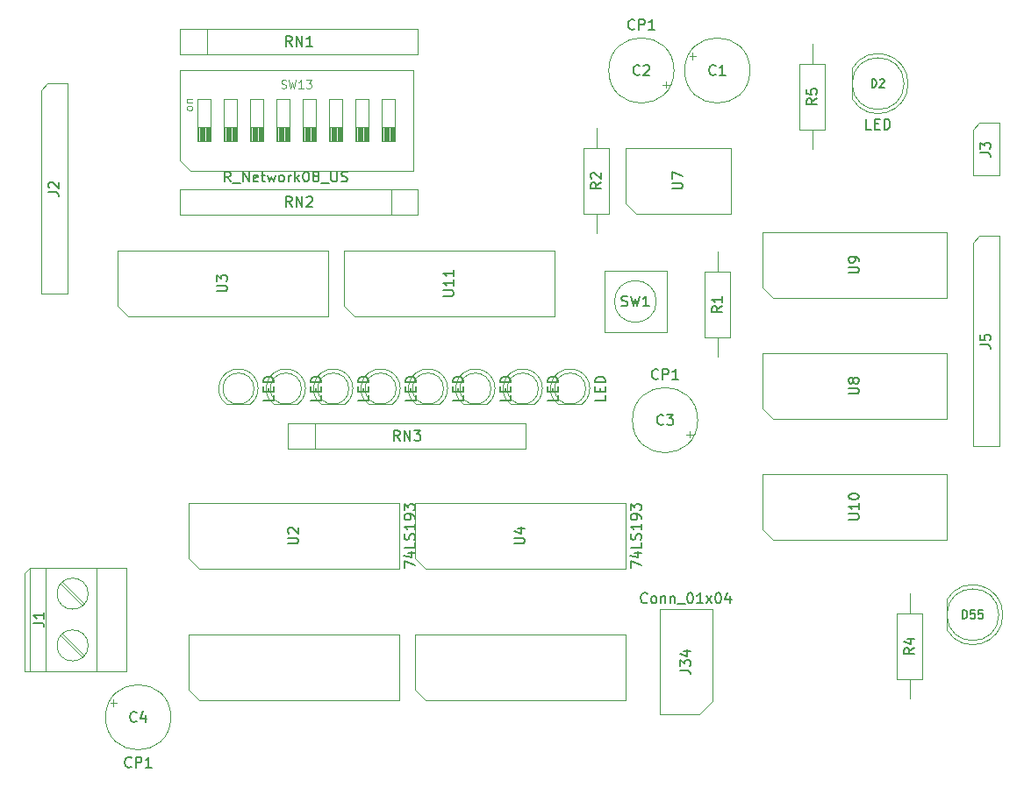
<source format=gbr>
%TF.GenerationSoftware,KiCad,Pcbnew,(5.1.9-0-10_14)*%
%TF.CreationDate,2021-06-04T12:52:24-04:00*%
%TF.ProjectId,CLOCK,434c4f43-4b2e-46b6-9963-61645f706362,rev?*%
%TF.SameCoordinates,Original*%
%TF.FileFunction,Other,Fab,Top*%
%FSLAX46Y46*%
G04 Gerber Fmt 4.6, Leading zero omitted, Abs format (unit mm)*
G04 Created by KiCad (PCBNEW (5.1.9-0-10_14)) date 2021-06-04 12:52:24*
%MOMM*%
%LPD*%
G01*
G04 APERTURE LIST*
%ADD10C,0.100000*%
%ADD11C,0.150000*%
%ADD12C,0.120000*%
%ADD13C,0.200000*%
G04 APERTURE END LIST*
D10*
%TO.C,J34*%
X129286000Y-97790000D02*
X125476000Y-97790000D01*
X125476000Y-97790000D02*
X125476000Y-87630000D01*
X125476000Y-87630000D02*
X130556000Y-87630000D01*
X130556000Y-87630000D02*
X130556000Y-96520000D01*
X130556000Y-96520000D02*
X129286000Y-97790000D01*
%TO.C,C4*%
X78314000Y-98044000D02*
G75*
G03*
X78314000Y-98044000I-3150000J0D01*
G01*
X72470028Y-96670500D02*
X73100028Y-96670500D01*
X72785028Y-96355500D02*
X72785028Y-96985500D01*
%TO.C,C3*%
X129154000Y-69342000D02*
G75*
G03*
X129154000Y-69342000I-3150000J0D01*
G01*
X128697972Y-70715500D02*
X128067972Y-70715500D01*
X128382972Y-71030500D02*
X128382972Y-70400500D01*
%TO.C,U11*%
X94996000Y-58309000D02*
X94996000Y-52959000D01*
X94996000Y-52959000D02*
X115316000Y-52959000D01*
X115316000Y-52959000D02*
X115316000Y-59309000D01*
X115316000Y-59309000D02*
X95996000Y-59309000D01*
X95996000Y-59309000D02*
X94996000Y-58309000D01*
%TO.C,U10*%
X135382000Y-79899000D02*
X135382000Y-74549000D01*
X135382000Y-74549000D02*
X153162000Y-74549000D01*
X153162000Y-74549000D02*
X153162000Y-80899000D01*
X153162000Y-80899000D02*
X136382000Y-80899000D01*
X136382000Y-80899000D02*
X135382000Y-79899000D01*
%TO.C,U9*%
X135382000Y-56531000D02*
X135382000Y-51181000D01*
X135382000Y-51181000D02*
X153162000Y-51181000D01*
X153162000Y-51181000D02*
X153162000Y-57531000D01*
X153162000Y-57531000D02*
X136382000Y-57531000D01*
X136382000Y-57531000D02*
X135382000Y-56531000D01*
%TO.C,U8*%
X135382000Y-68215000D02*
X135382000Y-62865000D01*
X135382000Y-62865000D02*
X153162000Y-62865000D01*
X153162000Y-62865000D02*
X153162000Y-69215000D01*
X153162000Y-69215000D02*
X136382000Y-69215000D01*
X136382000Y-69215000D02*
X135382000Y-68215000D01*
%TO.C,U7*%
X122174000Y-48403000D02*
X122174000Y-43053000D01*
X122174000Y-43053000D02*
X132334000Y-43053000D01*
X132334000Y-43053000D02*
X132334000Y-49403000D01*
X132334000Y-49403000D02*
X123174000Y-49403000D01*
X123174000Y-49403000D02*
X122174000Y-48403000D01*
%TO.C,U6*%
X80010000Y-95393000D02*
X80010000Y-90043000D01*
X80010000Y-90043000D02*
X100330000Y-90043000D01*
X100330000Y-90043000D02*
X100330000Y-96393000D01*
X100330000Y-96393000D02*
X81010000Y-96393000D01*
X81010000Y-96393000D02*
X80010000Y-95393000D01*
%TO.C,U5*%
X101854000Y-95393000D02*
X101854000Y-90043000D01*
X101854000Y-90043000D02*
X122174000Y-90043000D01*
X122174000Y-90043000D02*
X122174000Y-96393000D01*
X122174000Y-96393000D02*
X102854000Y-96393000D01*
X102854000Y-96393000D02*
X101854000Y-95393000D01*
%TO.C,U4*%
X101854000Y-82693000D02*
X101854000Y-77343000D01*
X101854000Y-77343000D02*
X122174000Y-77343000D01*
X122174000Y-77343000D02*
X122174000Y-83693000D01*
X122174000Y-83693000D02*
X102854000Y-83693000D01*
X102854000Y-83693000D02*
X101854000Y-82693000D01*
%TO.C,U3*%
X73152000Y-58309000D02*
X73152000Y-52959000D01*
X73152000Y-52959000D02*
X93472000Y-52959000D01*
X93472000Y-52959000D02*
X93472000Y-59309000D01*
X93472000Y-59309000D02*
X74152000Y-59309000D01*
X74152000Y-59309000D02*
X73152000Y-58309000D01*
%TO.C,U2*%
X80010000Y-82693000D02*
X80010000Y-77343000D01*
X80010000Y-77343000D02*
X100330000Y-77343000D01*
X100330000Y-77343000D02*
X100330000Y-83693000D01*
X100330000Y-83693000D02*
X81010000Y-83693000D01*
X81010000Y-83693000D02*
X80010000Y-82693000D01*
%TO.C,SW13*%
X79174000Y-44276000D02*
X79174000Y-35496000D01*
X79174000Y-35496000D02*
X101674000Y-35496000D01*
X101674000Y-35496000D02*
X101674000Y-45276000D01*
X101674000Y-45276000D02*
X80174000Y-45276000D01*
X80174000Y-45276000D02*
X79174000Y-44276000D01*
X80899000Y-42416000D02*
X82169000Y-42416000D01*
X82169000Y-42416000D02*
X82169000Y-38356000D01*
X82169000Y-38356000D02*
X80899000Y-38356000D01*
X80899000Y-38356000D02*
X80899000Y-42416000D01*
X80999000Y-42416000D02*
X80999000Y-41062667D01*
X81099000Y-42416000D02*
X81099000Y-41062667D01*
X81199000Y-42416000D02*
X81199000Y-41062667D01*
X81299000Y-42416000D02*
X81299000Y-41062667D01*
X81399000Y-42416000D02*
X81399000Y-41062667D01*
X81499000Y-42416000D02*
X81499000Y-41062667D01*
X81599000Y-42416000D02*
X81599000Y-41062667D01*
X81699000Y-42416000D02*
X81699000Y-41062667D01*
X81799000Y-42416000D02*
X81799000Y-41062667D01*
X81899000Y-42416000D02*
X81899000Y-41062667D01*
X81999000Y-42416000D02*
X81999000Y-41062667D01*
X82099000Y-42416000D02*
X82099000Y-41062667D01*
X80899000Y-41062667D02*
X82169000Y-41062667D01*
X83439000Y-42416000D02*
X84709000Y-42416000D01*
X84709000Y-42416000D02*
X84709000Y-38356000D01*
X84709000Y-38356000D02*
X83439000Y-38356000D01*
X83439000Y-38356000D02*
X83439000Y-42416000D01*
X83539000Y-42416000D02*
X83539000Y-41062667D01*
X83639000Y-42416000D02*
X83639000Y-41062667D01*
X83739000Y-42416000D02*
X83739000Y-41062667D01*
X83839000Y-42416000D02*
X83839000Y-41062667D01*
X83939000Y-42416000D02*
X83939000Y-41062667D01*
X84039000Y-42416000D02*
X84039000Y-41062667D01*
X84139000Y-42416000D02*
X84139000Y-41062667D01*
X84239000Y-42416000D02*
X84239000Y-41062667D01*
X84339000Y-42416000D02*
X84339000Y-41062667D01*
X84439000Y-42416000D02*
X84439000Y-41062667D01*
X84539000Y-42416000D02*
X84539000Y-41062667D01*
X84639000Y-42416000D02*
X84639000Y-41062667D01*
X83439000Y-41062667D02*
X84709000Y-41062667D01*
X85979000Y-42416000D02*
X87249000Y-42416000D01*
X87249000Y-42416000D02*
X87249000Y-38356000D01*
X87249000Y-38356000D02*
X85979000Y-38356000D01*
X85979000Y-38356000D02*
X85979000Y-42416000D01*
X86079000Y-42416000D02*
X86079000Y-41062667D01*
X86179000Y-42416000D02*
X86179000Y-41062667D01*
X86279000Y-42416000D02*
X86279000Y-41062667D01*
X86379000Y-42416000D02*
X86379000Y-41062667D01*
X86479000Y-42416000D02*
X86479000Y-41062667D01*
X86579000Y-42416000D02*
X86579000Y-41062667D01*
X86679000Y-42416000D02*
X86679000Y-41062667D01*
X86779000Y-42416000D02*
X86779000Y-41062667D01*
X86879000Y-42416000D02*
X86879000Y-41062667D01*
X86979000Y-42416000D02*
X86979000Y-41062667D01*
X87079000Y-42416000D02*
X87079000Y-41062667D01*
X87179000Y-42416000D02*
X87179000Y-41062667D01*
X85979000Y-41062667D02*
X87249000Y-41062667D01*
X88519000Y-42416000D02*
X89789000Y-42416000D01*
X89789000Y-42416000D02*
X89789000Y-38356000D01*
X89789000Y-38356000D02*
X88519000Y-38356000D01*
X88519000Y-38356000D02*
X88519000Y-42416000D01*
X88619000Y-42416000D02*
X88619000Y-41062667D01*
X88719000Y-42416000D02*
X88719000Y-41062667D01*
X88819000Y-42416000D02*
X88819000Y-41062667D01*
X88919000Y-42416000D02*
X88919000Y-41062667D01*
X89019000Y-42416000D02*
X89019000Y-41062667D01*
X89119000Y-42416000D02*
X89119000Y-41062667D01*
X89219000Y-42416000D02*
X89219000Y-41062667D01*
X89319000Y-42416000D02*
X89319000Y-41062667D01*
X89419000Y-42416000D02*
X89419000Y-41062667D01*
X89519000Y-42416000D02*
X89519000Y-41062667D01*
X89619000Y-42416000D02*
X89619000Y-41062667D01*
X89719000Y-42416000D02*
X89719000Y-41062667D01*
X88519000Y-41062667D02*
X89789000Y-41062667D01*
X91059000Y-42416000D02*
X92329000Y-42416000D01*
X92329000Y-42416000D02*
X92329000Y-38356000D01*
X92329000Y-38356000D02*
X91059000Y-38356000D01*
X91059000Y-38356000D02*
X91059000Y-42416000D01*
X91159000Y-42416000D02*
X91159000Y-41062667D01*
X91259000Y-42416000D02*
X91259000Y-41062667D01*
X91359000Y-42416000D02*
X91359000Y-41062667D01*
X91459000Y-42416000D02*
X91459000Y-41062667D01*
X91559000Y-42416000D02*
X91559000Y-41062667D01*
X91659000Y-42416000D02*
X91659000Y-41062667D01*
X91759000Y-42416000D02*
X91759000Y-41062667D01*
X91859000Y-42416000D02*
X91859000Y-41062667D01*
X91959000Y-42416000D02*
X91959000Y-41062667D01*
X92059000Y-42416000D02*
X92059000Y-41062667D01*
X92159000Y-42416000D02*
X92159000Y-41062667D01*
X92259000Y-42416000D02*
X92259000Y-41062667D01*
X91059000Y-41062667D02*
X92329000Y-41062667D01*
X93599000Y-42416000D02*
X94869000Y-42416000D01*
X94869000Y-42416000D02*
X94869000Y-38356000D01*
X94869000Y-38356000D02*
X93599000Y-38356000D01*
X93599000Y-38356000D02*
X93599000Y-42416000D01*
X93699000Y-42416000D02*
X93699000Y-41062667D01*
X93799000Y-42416000D02*
X93799000Y-41062667D01*
X93899000Y-42416000D02*
X93899000Y-41062667D01*
X93999000Y-42416000D02*
X93999000Y-41062667D01*
X94099000Y-42416000D02*
X94099000Y-41062667D01*
X94199000Y-42416000D02*
X94199000Y-41062667D01*
X94299000Y-42416000D02*
X94299000Y-41062667D01*
X94399000Y-42416000D02*
X94399000Y-41062667D01*
X94499000Y-42416000D02*
X94499000Y-41062667D01*
X94599000Y-42416000D02*
X94599000Y-41062667D01*
X94699000Y-42416000D02*
X94699000Y-41062667D01*
X94799000Y-42416000D02*
X94799000Y-41062667D01*
X93599000Y-41062667D02*
X94869000Y-41062667D01*
X96139000Y-42416000D02*
X97409000Y-42416000D01*
X97409000Y-42416000D02*
X97409000Y-38356000D01*
X97409000Y-38356000D02*
X96139000Y-38356000D01*
X96139000Y-38356000D02*
X96139000Y-42416000D01*
X96239000Y-42416000D02*
X96239000Y-41062667D01*
X96339000Y-42416000D02*
X96339000Y-41062667D01*
X96439000Y-42416000D02*
X96439000Y-41062667D01*
X96539000Y-42416000D02*
X96539000Y-41062667D01*
X96639000Y-42416000D02*
X96639000Y-41062667D01*
X96739000Y-42416000D02*
X96739000Y-41062667D01*
X96839000Y-42416000D02*
X96839000Y-41062667D01*
X96939000Y-42416000D02*
X96939000Y-41062667D01*
X97039000Y-42416000D02*
X97039000Y-41062667D01*
X97139000Y-42416000D02*
X97139000Y-41062667D01*
X97239000Y-42416000D02*
X97239000Y-41062667D01*
X97339000Y-42416000D02*
X97339000Y-41062667D01*
X96139000Y-41062667D02*
X97409000Y-41062667D01*
X98679000Y-42416000D02*
X99949000Y-42416000D01*
X99949000Y-42416000D02*
X99949000Y-38356000D01*
X99949000Y-38356000D02*
X98679000Y-38356000D01*
X98679000Y-38356000D02*
X98679000Y-42416000D01*
X98779000Y-42416000D02*
X98779000Y-41062667D01*
X98879000Y-42416000D02*
X98879000Y-41062667D01*
X98979000Y-42416000D02*
X98979000Y-41062667D01*
X99079000Y-42416000D02*
X99079000Y-41062667D01*
X99179000Y-42416000D02*
X99179000Y-41062667D01*
X99279000Y-42416000D02*
X99279000Y-41062667D01*
X99379000Y-42416000D02*
X99379000Y-41062667D01*
X99479000Y-42416000D02*
X99479000Y-41062667D01*
X99579000Y-42416000D02*
X99579000Y-41062667D01*
X99679000Y-42416000D02*
X99679000Y-41062667D01*
X99779000Y-42416000D02*
X99779000Y-41062667D01*
X99879000Y-42416000D02*
X99879000Y-41062667D01*
X98679000Y-41062667D02*
X99949000Y-41062667D01*
%TO.C,SW1*%
X123138000Y-54876000D02*
X126138000Y-54876000D01*
X126138000Y-54876000D02*
X126138000Y-60876000D01*
X126138000Y-60876000D02*
X120138000Y-60876000D01*
X120138000Y-60876000D02*
X120138000Y-54876000D01*
X120138000Y-54876000D02*
X123138000Y-54876000D01*
X125153564Y-57876000D02*
G75*
G03*
X125153564Y-57876000I-2015564J0D01*
G01*
%TO.C,RN3*%
X89642000Y-69616000D02*
X89642000Y-72116000D01*
X89642000Y-72116000D02*
X112542000Y-72116000D01*
X112542000Y-72116000D02*
X112542000Y-69616000D01*
X112542000Y-69616000D02*
X89642000Y-69616000D01*
X92202000Y-69616000D02*
X92202000Y-72116000D01*
%TO.C,RN2*%
X102128000Y-49510000D02*
X102128000Y-47010000D01*
X102128000Y-47010000D02*
X79228000Y-47010000D01*
X79228000Y-47010000D02*
X79228000Y-49510000D01*
X79228000Y-49510000D02*
X102128000Y-49510000D01*
X99568000Y-49510000D02*
X99568000Y-47010000D01*
%TO.C,RN1*%
X79228000Y-31516000D02*
X79228000Y-34016000D01*
X79228000Y-34016000D02*
X102128000Y-34016000D01*
X102128000Y-34016000D02*
X102128000Y-31516000D01*
X102128000Y-31516000D02*
X79228000Y-31516000D01*
X81788000Y-31516000D02*
X81788000Y-34016000D01*
%TO.C,R5*%
X141458000Y-34950000D02*
X138958000Y-34950000D01*
X138958000Y-34950000D02*
X138958000Y-41250000D01*
X138958000Y-41250000D02*
X141458000Y-41250000D01*
X141458000Y-41250000D02*
X141458000Y-34950000D01*
X140208000Y-33020000D02*
X140208000Y-34950000D01*
X140208000Y-43180000D02*
X140208000Y-41250000D01*
%TO.C,R4*%
X148356000Y-94336000D02*
X150856000Y-94336000D01*
X150856000Y-94336000D02*
X150856000Y-88036000D01*
X150856000Y-88036000D02*
X148356000Y-88036000D01*
X148356000Y-88036000D02*
X148356000Y-94336000D01*
X149606000Y-96266000D02*
X149606000Y-94336000D01*
X149606000Y-86106000D02*
X149606000Y-88036000D01*
%TO.C,R2*%
X120630000Y-43078000D02*
X118130000Y-43078000D01*
X118130000Y-43078000D02*
X118130000Y-49378000D01*
X118130000Y-49378000D02*
X120630000Y-49378000D01*
X120630000Y-49378000D02*
X120630000Y-43078000D01*
X119380000Y-41148000D02*
X119380000Y-43078000D01*
X119380000Y-51308000D02*
X119380000Y-49378000D01*
%TO.C,R1*%
X132314000Y-55016000D02*
X129814000Y-55016000D01*
X129814000Y-55016000D02*
X129814000Y-61316000D01*
X129814000Y-61316000D02*
X132314000Y-61316000D01*
X132314000Y-61316000D02*
X132314000Y-55016000D01*
X131064000Y-53086000D02*
X131064000Y-55016000D01*
X131064000Y-63246000D02*
X131064000Y-61316000D01*
%TO.C,J5*%
X156337000Y-51562000D02*
X158242000Y-51562000D01*
X158242000Y-51562000D02*
X158242000Y-71882000D01*
X158242000Y-71882000D02*
X155702000Y-71882000D01*
X155702000Y-71882000D02*
X155702000Y-52197000D01*
X155702000Y-52197000D02*
X156337000Y-51562000D01*
%TO.C,J3*%
X156337000Y-40640000D02*
X158242000Y-40640000D01*
X158242000Y-40640000D02*
X158242000Y-45720000D01*
X158242000Y-45720000D02*
X155702000Y-45720000D01*
X155702000Y-45720000D02*
X155702000Y-41275000D01*
X155702000Y-41275000D02*
X156337000Y-40640000D01*
%TO.C,J2*%
X66421000Y-36830000D02*
X68326000Y-36830000D01*
X68326000Y-36830000D02*
X68326000Y-57150000D01*
X68326000Y-57150000D02*
X65786000Y-57150000D01*
X65786000Y-57150000D02*
X65786000Y-37465000D01*
X65786000Y-37465000D02*
X66421000Y-36830000D01*
%TO.C,J1*%
X70334000Y-86106000D02*
G75*
G03*
X70334000Y-86106000I-1500000J0D01*
G01*
X70334000Y-91106000D02*
G75*
G03*
X70334000Y-91106000I-1500000J0D01*
G01*
X74034000Y-83606000D02*
X74034000Y-93606000D01*
X74034000Y-93606000D02*
X64234000Y-93606000D01*
X64234000Y-93606000D02*
X64234000Y-84106000D01*
X64234000Y-84106000D02*
X64734000Y-83606000D01*
X64734000Y-83606000D02*
X74034000Y-83606000D01*
X64734000Y-83606000D02*
X64734000Y-93606000D01*
X66234000Y-83606000D02*
X66234000Y-93606000D01*
X71134000Y-83606000D02*
X71134000Y-93606000D01*
X69789000Y-87244000D02*
X67696000Y-85151000D01*
X69972000Y-87061000D02*
X67879000Y-84968000D01*
X69789000Y-92244000D02*
X67696000Y-90152000D01*
X69972000Y-92061000D02*
X67879000Y-89969000D01*
%TO.C,D55*%
X158202000Y-88138000D02*
G75*
G03*
X158202000Y-88138000I-2500000J0D01*
G01*
X153202000Y-86668306D02*
X153202000Y-89607694D01*
X153201984Y-89607666D02*
G75*
G03*
X153202000Y-86668306I2500016J1469666D01*
G01*
%TO.C,D54*%
X90908000Y-66294000D02*
G75*
G03*
X90908000Y-66294000I-1500000J0D01*
G01*
X88241810Y-67794000D02*
X90574190Y-67794000D01*
X90573476Y-67794555D02*
G75*
G03*
X88241810Y-67794000I-1165476J1500555D01*
G01*
%TO.C,D8*%
X118340000Y-66294000D02*
G75*
G03*
X118340000Y-66294000I-1500000J0D01*
G01*
X115673810Y-67794000D02*
X118006190Y-67794000D01*
X118005476Y-67794555D02*
G75*
G03*
X115673810Y-67794000I-1165476J1500555D01*
G01*
%TO.C,D7*%
X113768000Y-66294000D02*
G75*
G03*
X113768000Y-66294000I-1500000J0D01*
G01*
X111101810Y-67794000D02*
X113434190Y-67794000D01*
X113433476Y-67794555D02*
G75*
G03*
X111101810Y-67794000I-1165476J1500555D01*
G01*
%TO.C,D6*%
X109196000Y-66294000D02*
G75*
G03*
X109196000Y-66294000I-1500000J0D01*
G01*
X106529810Y-67794000D02*
X108862190Y-67794000D01*
X108861476Y-67794555D02*
G75*
G03*
X106529810Y-67794000I-1165476J1500555D01*
G01*
%TO.C,D5*%
X104624000Y-66294000D02*
G75*
G03*
X104624000Y-66294000I-1500000J0D01*
G01*
X101957810Y-67794000D02*
X104290190Y-67794000D01*
X104289476Y-67794555D02*
G75*
G03*
X101957810Y-67794000I-1165476J1500555D01*
G01*
%TO.C,D4*%
X100052000Y-66294000D02*
G75*
G03*
X100052000Y-66294000I-1500000J0D01*
G01*
X97385810Y-67794000D02*
X99718190Y-67794000D01*
X99717476Y-67794555D02*
G75*
G03*
X97385810Y-67794000I-1165476J1500555D01*
G01*
%TO.C,D3*%
X95480000Y-66294000D02*
G75*
G03*
X95480000Y-66294000I-1500000J0D01*
G01*
X92813810Y-67794000D02*
X95146190Y-67794000D01*
X95145476Y-67794555D02*
G75*
G03*
X92813810Y-67794000I-1165476J1500555D01*
G01*
%TO.C,D2*%
X149058000Y-36830000D02*
G75*
G03*
X149058000Y-36830000I-2500000J0D01*
G01*
X144058000Y-35360306D02*
X144058000Y-38299694D01*
X144057984Y-38299666D02*
G75*
G03*
X144058000Y-35360306I2500016J1469666D01*
G01*
%TO.C,D1*%
X86336000Y-66294000D02*
G75*
G03*
X86336000Y-66294000I-1500000J0D01*
G01*
X83669810Y-67794000D02*
X86002190Y-67794000D01*
X86001476Y-67794555D02*
G75*
G03*
X83669810Y-67794000I-1165476J1500555D01*
G01*
%TO.C,C2*%
X126868000Y-35560000D02*
G75*
G03*
X126868000Y-35560000I-3150000J0D01*
G01*
X126411972Y-36933500D02*
X125781972Y-36933500D01*
X126096972Y-37248500D02*
X126096972Y-36618500D01*
%TO.C,C1*%
X134194000Y-35560000D02*
G75*
G03*
X134194000Y-35560000I-3150000J0D01*
G01*
X128350028Y-34186500D02*
X128980028Y-34186500D01*
X128665028Y-33871500D02*
X128665028Y-34501500D01*
%TD*%
%TO.C,J34*%
D11*
X124277904Y-86927142D02*
X124230285Y-86974761D01*
X124087428Y-87022380D01*
X123992190Y-87022380D01*
X123849333Y-86974761D01*
X123754095Y-86879523D01*
X123706476Y-86784285D01*
X123658857Y-86593809D01*
X123658857Y-86450952D01*
X123706476Y-86260476D01*
X123754095Y-86165238D01*
X123849333Y-86070000D01*
X123992190Y-86022380D01*
X124087428Y-86022380D01*
X124230285Y-86070000D01*
X124277904Y-86117619D01*
X124849333Y-87022380D02*
X124754095Y-86974761D01*
X124706476Y-86927142D01*
X124658857Y-86831904D01*
X124658857Y-86546190D01*
X124706476Y-86450952D01*
X124754095Y-86403333D01*
X124849333Y-86355714D01*
X124992190Y-86355714D01*
X125087428Y-86403333D01*
X125135047Y-86450952D01*
X125182666Y-86546190D01*
X125182666Y-86831904D01*
X125135047Y-86927142D01*
X125087428Y-86974761D01*
X124992190Y-87022380D01*
X124849333Y-87022380D01*
X125611238Y-86355714D02*
X125611238Y-87022380D01*
X125611238Y-86450952D02*
X125658857Y-86403333D01*
X125754095Y-86355714D01*
X125896952Y-86355714D01*
X125992190Y-86403333D01*
X126039809Y-86498571D01*
X126039809Y-87022380D01*
X126516000Y-86355714D02*
X126516000Y-87022380D01*
X126516000Y-86450952D02*
X126563619Y-86403333D01*
X126658857Y-86355714D01*
X126801714Y-86355714D01*
X126896952Y-86403333D01*
X126944571Y-86498571D01*
X126944571Y-87022380D01*
X127182666Y-87117619D02*
X127944571Y-87117619D01*
X128373142Y-86022380D02*
X128468380Y-86022380D01*
X128563619Y-86070000D01*
X128611238Y-86117619D01*
X128658857Y-86212857D01*
X128706476Y-86403333D01*
X128706476Y-86641428D01*
X128658857Y-86831904D01*
X128611238Y-86927142D01*
X128563619Y-86974761D01*
X128468380Y-87022380D01*
X128373142Y-87022380D01*
X128277904Y-86974761D01*
X128230285Y-86927142D01*
X128182666Y-86831904D01*
X128135047Y-86641428D01*
X128135047Y-86403333D01*
X128182666Y-86212857D01*
X128230285Y-86117619D01*
X128277904Y-86070000D01*
X128373142Y-86022380D01*
X129658857Y-87022380D02*
X129087428Y-87022380D01*
X129373142Y-87022380D02*
X129373142Y-86022380D01*
X129277904Y-86165238D01*
X129182666Y-86260476D01*
X129087428Y-86308095D01*
X129992190Y-87022380D02*
X130516000Y-86355714D01*
X129992190Y-86355714D02*
X130516000Y-87022380D01*
X131087428Y-86022380D02*
X131182666Y-86022380D01*
X131277904Y-86070000D01*
X131325523Y-86117619D01*
X131373142Y-86212857D01*
X131420761Y-86403333D01*
X131420761Y-86641428D01*
X131373142Y-86831904D01*
X131325523Y-86927142D01*
X131277904Y-86974761D01*
X131182666Y-87022380D01*
X131087428Y-87022380D01*
X130992190Y-86974761D01*
X130944571Y-86927142D01*
X130896952Y-86831904D01*
X130849333Y-86641428D01*
X130849333Y-86403333D01*
X130896952Y-86212857D01*
X130944571Y-86117619D01*
X130992190Y-86070000D01*
X131087428Y-86022380D01*
X132277904Y-86355714D02*
X132277904Y-87022380D01*
X132039809Y-85974761D02*
X131801714Y-86689047D01*
X132420761Y-86689047D01*
X127468380Y-93519523D02*
X128182666Y-93519523D01*
X128325523Y-93567142D01*
X128420761Y-93662380D01*
X128468380Y-93805238D01*
X128468380Y-93900476D01*
X127468380Y-93138571D02*
X127468380Y-92519523D01*
X127849333Y-92852857D01*
X127849333Y-92710000D01*
X127896952Y-92614761D01*
X127944571Y-92567142D01*
X128039809Y-92519523D01*
X128277904Y-92519523D01*
X128373142Y-92567142D01*
X128420761Y-92614761D01*
X128468380Y-92710000D01*
X128468380Y-92995714D01*
X128420761Y-93090952D01*
X128373142Y-93138571D01*
X127801714Y-91662380D02*
X128468380Y-91662380D01*
X127420761Y-91900476D02*
X128135047Y-92138571D01*
X128135047Y-91519523D01*
%TO.C,C4*%
X74497333Y-102801142D02*
X74449714Y-102848761D01*
X74306857Y-102896380D01*
X74211619Y-102896380D01*
X74068761Y-102848761D01*
X73973523Y-102753523D01*
X73925904Y-102658285D01*
X73878285Y-102467809D01*
X73878285Y-102324952D01*
X73925904Y-102134476D01*
X73973523Y-102039238D01*
X74068761Y-101944000D01*
X74211619Y-101896380D01*
X74306857Y-101896380D01*
X74449714Y-101944000D01*
X74497333Y-101991619D01*
X74925904Y-102896380D02*
X74925904Y-101896380D01*
X75306857Y-101896380D01*
X75402095Y-101944000D01*
X75449714Y-101991619D01*
X75497333Y-102086857D01*
X75497333Y-102229714D01*
X75449714Y-102324952D01*
X75402095Y-102372571D01*
X75306857Y-102420190D01*
X74925904Y-102420190D01*
X76449714Y-102896380D02*
X75878285Y-102896380D01*
X76164000Y-102896380D02*
X76164000Y-101896380D01*
X76068761Y-102039238D01*
X75973523Y-102134476D01*
X75878285Y-102182095D01*
X74997333Y-98401142D02*
X74949714Y-98448761D01*
X74806857Y-98496380D01*
X74711619Y-98496380D01*
X74568761Y-98448761D01*
X74473523Y-98353523D01*
X74425904Y-98258285D01*
X74378285Y-98067809D01*
X74378285Y-97924952D01*
X74425904Y-97734476D01*
X74473523Y-97639238D01*
X74568761Y-97544000D01*
X74711619Y-97496380D01*
X74806857Y-97496380D01*
X74949714Y-97544000D01*
X74997333Y-97591619D01*
X75854476Y-97829714D02*
X75854476Y-98496380D01*
X75616380Y-97448761D02*
X75378285Y-98163047D01*
X75997333Y-98163047D01*
%TO.C,C3*%
X125337333Y-65299142D02*
X125289714Y-65346761D01*
X125146857Y-65394380D01*
X125051619Y-65394380D01*
X124908761Y-65346761D01*
X124813523Y-65251523D01*
X124765904Y-65156285D01*
X124718285Y-64965809D01*
X124718285Y-64822952D01*
X124765904Y-64632476D01*
X124813523Y-64537238D01*
X124908761Y-64442000D01*
X125051619Y-64394380D01*
X125146857Y-64394380D01*
X125289714Y-64442000D01*
X125337333Y-64489619D01*
X125765904Y-65394380D02*
X125765904Y-64394380D01*
X126146857Y-64394380D01*
X126242095Y-64442000D01*
X126289714Y-64489619D01*
X126337333Y-64584857D01*
X126337333Y-64727714D01*
X126289714Y-64822952D01*
X126242095Y-64870571D01*
X126146857Y-64918190D01*
X125765904Y-64918190D01*
X127289714Y-65394380D02*
X126718285Y-65394380D01*
X127004000Y-65394380D02*
X127004000Y-64394380D01*
X126908761Y-64537238D01*
X126813523Y-64632476D01*
X126718285Y-64680095D01*
X125837333Y-69699142D02*
X125789714Y-69746761D01*
X125646857Y-69794380D01*
X125551619Y-69794380D01*
X125408761Y-69746761D01*
X125313523Y-69651523D01*
X125265904Y-69556285D01*
X125218285Y-69365809D01*
X125218285Y-69222952D01*
X125265904Y-69032476D01*
X125313523Y-68937238D01*
X125408761Y-68842000D01*
X125551619Y-68794380D01*
X125646857Y-68794380D01*
X125789714Y-68842000D01*
X125837333Y-68889619D01*
X126170666Y-68794380D02*
X126789714Y-68794380D01*
X126456380Y-69175333D01*
X126599238Y-69175333D01*
X126694476Y-69222952D01*
X126742095Y-69270571D01*
X126789714Y-69365809D01*
X126789714Y-69603904D01*
X126742095Y-69699142D01*
X126694476Y-69746761D01*
X126599238Y-69794380D01*
X126313523Y-69794380D01*
X126218285Y-69746761D01*
X126170666Y-69699142D01*
%TO.C,U11*%
X104608380Y-57372095D02*
X105417904Y-57372095D01*
X105513142Y-57324476D01*
X105560761Y-57276857D01*
X105608380Y-57181619D01*
X105608380Y-56991142D01*
X105560761Y-56895904D01*
X105513142Y-56848285D01*
X105417904Y-56800666D01*
X104608380Y-56800666D01*
X105608380Y-55800666D02*
X105608380Y-56372095D01*
X105608380Y-56086380D02*
X104608380Y-56086380D01*
X104751238Y-56181619D01*
X104846476Y-56276857D01*
X104894095Y-56372095D01*
X105608380Y-54848285D02*
X105608380Y-55419714D01*
X105608380Y-55134000D02*
X104608380Y-55134000D01*
X104751238Y-55229238D01*
X104846476Y-55324476D01*
X104894095Y-55419714D01*
%TO.C,U10*%
X143724380Y-78962095D02*
X144533904Y-78962095D01*
X144629142Y-78914476D01*
X144676761Y-78866857D01*
X144724380Y-78771619D01*
X144724380Y-78581142D01*
X144676761Y-78485904D01*
X144629142Y-78438285D01*
X144533904Y-78390666D01*
X143724380Y-78390666D01*
X144724380Y-77390666D02*
X144724380Y-77962095D01*
X144724380Y-77676380D02*
X143724380Y-77676380D01*
X143867238Y-77771619D01*
X143962476Y-77866857D01*
X144010095Y-77962095D01*
X143724380Y-76771619D02*
X143724380Y-76676380D01*
X143772000Y-76581142D01*
X143819619Y-76533523D01*
X143914857Y-76485904D01*
X144105333Y-76438285D01*
X144343428Y-76438285D01*
X144533904Y-76485904D01*
X144629142Y-76533523D01*
X144676761Y-76581142D01*
X144724380Y-76676380D01*
X144724380Y-76771619D01*
X144676761Y-76866857D01*
X144629142Y-76914476D01*
X144533904Y-76962095D01*
X144343428Y-77009714D01*
X144105333Y-77009714D01*
X143914857Y-76962095D01*
X143819619Y-76914476D01*
X143772000Y-76866857D01*
X143724380Y-76771619D01*
%TO.C,U9*%
X143724380Y-55117904D02*
X144533904Y-55117904D01*
X144629142Y-55070285D01*
X144676761Y-55022666D01*
X144724380Y-54927428D01*
X144724380Y-54736952D01*
X144676761Y-54641714D01*
X144629142Y-54594095D01*
X144533904Y-54546476D01*
X143724380Y-54546476D01*
X144724380Y-54022666D02*
X144724380Y-53832190D01*
X144676761Y-53736952D01*
X144629142Y-53689333D01*
X144486285Y-53594095D01*
X144295809Y-53546476D01*
X143914857Y-53546476D01*
X143819619Y-53594095D01*
X143772000Y-53641714D01*
X143724380Y-53736952D01*
X143724380Y-53927428D01*
X143772000Y-54022666D01*
X143819619Y-54070285D01*
X143914857Y-54117904D01*
X144152952Y-54117904D01*
X144248190Y-54070285D01*
X144295809Y-54022666D01*
X144343428Y-53927428D01*
X144343428Y-53736952D01*
X144295809Y-53641714D01*
X144248190Y-53594095D01*
X144152952Y-53546476D01*
%TO.C,U8*%
X143724380Y-66801904D02*
X144533904Y-66801904D01*
X144629142Y-66754285D01*
X144676761Y-66706666D01*
X144724380Y-66611428D01*
X144724380Y-66420952D01*
X144676761Y-66325714D01*
X144629142Y-66278095D01*
X144533904Y-66230476D01*
X143724380Y-66230476D01*
X144152952Y-65611428D02*
X144105333Y-65706666D01*
X144057714Y-65754285D01*
X143962476Y-65801904D01*
X143914857Y-65801904D01*
X143819619Y-65754285D01*
X143772000Y-65706666D01*
X143724380Y-65611428D01*
X143724380Y-65420952D01*
X143772000Y-65325714D01*
X143819619Y-65278095D01*
X143914857Y-65230476D01*
X143962476Y-65230476D01*
X144057714Y-65278095D01*
X144105333Y-65325714D01*
X144152952Y-65420952D01*
X144152952Y-65611428D01*
X144200571Y-65706666D01*
X144248190Y-65754285D01*
X144343428Y-65801904D01*
X144533904Y-65801904D01*
X144629142Y-65754285D01*
X144676761Y-65706666D01*
X144724380Y-65611428D01*
X144724380Y-65420952D01*
X144676761Y-65325714D01*
X144629142Y-65278095D01*
X144533904Y-65230476D01*
X144343428Y-65230476D01*
X144248190Y-65278095D01*
X144200571Y-65325714D01*
X144152952Y-65420952D01*
%TO.C,U7*%
X126706380Y-46989904D02*
X127515904Y-46989904D01*
X127611142Y-46942285D01*
X127658761Y-46894666D01*
X127706380Y-46799428D01*
X127706380Y-46608952D01*
X127658761Y-46513714D01*
X127611142Y-46466095D01*
X127515904Y-46418476D01*
X126706380Y-46418476D01*
X126706380Y-46037523D02*
X126706380Y-45370857D01*
X127706380Y-45799428D01*
%TO.C,U4*%
X122686380Y-83637047D02*
X122686380Y-82970380D01*
X123686380Y-83398952D01*
X123019714Y-82160857D02*
X123686380Y-82160857D01*
X122638761Y-82398952D02*
X123353047Y-82637047D01*
X123353047Y-82018000D01*
X123686380Y-81160857D02*
X123686380Y-81637047D01*
X122686380Y-81637047D01*
X123638761Y-80875142D02*
X123686380Y-80732285D01*
X123686380Y-80494190D01*
X123638761Y-80398952D01*
X123591142Y-80351333D01*
X123495904Y-80303714D01*
X123400666Y-80303714D01*
X123305428Y-80351333D01*
X123257809Y-80398952D01*
X123210190Y-80494190D01*
X123162571Y-80684666D01*
X123114952Y-80779904D01*
X123067333Y-80827523D01*
X122972095Y-80875142D01*
X122876857Y-80875142D01*
X122781619Y-80827523D01*
X122734000Y-80779904D01*
X122686380Y-80684666D01*
X122686380Y-80446571D01*
X122734000Y-80303714D01*
X123686380Y-79351333D02*
X123686380Y-79922761D01*
X123686380Y-79637047D02*
X122686380Y-79637047D01*
X122829238Y-79732285D01*
X122924476Y-79827523D01*
X122972095Y-79922761D01*
X123686380Y-78875142D02*
X123686380Y-78684666D01*
X123638761Y-78589428D01*
X123591142Y-78541809D01*
X123448285Y-78446571D01*
X123257809Y-78398952D01*
X122876857Y-78398952D01*
X122781619Y-78446571D01*
X122734000Y-78494190D01*
X122686380Y-78589428D01*
X122686380Y-78779904D01*
X122734000Y-78875142D01*
X122781619Y-78922761D01*
X122876857Y-78970380D01*
X123114952Y-78970380D01*
X123210190Y-78922761D01*
X123257809Y-78875142D01*
X123305428Y-78779904D01*
X123305428Y-78589428D01*
X123257809Y-78494190D01*
X123210190Y-78446571D01*
X123114952Y-78398952D01*
X122686380Y-78065619D02*
X122686380Y-77446571D01*
X123067333Y-77779904D01*
X123067333Y-77637047D01*
X123114952Y-77541809D01*
X123162571Y-77494190D01*
X123257809Y-77446571D01*
X123495904Y-77446571D01*
X123591142Y-77494190D01*
X123638761Y-77541809D01*
X123686380Y-77637047D01*
X123686380Y-77922761D01*
X123638761Y-78018000D01*
X123591142Y-78065619D01*
X111466380Y-81279904D02*
X112275904Y-81279904D01*
X112371142Y-81232285D01*
X112418761Y-81184666D01*
X112466380Y-81089428D01*
X112466380Y-80898952D01*
X112418761Y-80803714D01*
X112371142Y-80756095D01*
X112275904Y-80708476D01*
X111466380Y-80708476D01*
X111799714Y-79803714D02*
X112466380Y-79803714D01*
X111418761Y-80041809D02*
X112133047Y-80279904D01*
X112133047Y-79660857D01*
%TO.C,U3*%
X82764380Y-56895904D02*
X83573904Y-56895904D01*
X83669142Y-56848285D01*
X83716761Y-56800666D01*
X83764380Y-56705428D01*
X83764380Y-56514952D01*
X83716761Y-56419714D01*
X83669142Y-56372095D01*
X83573904Y-56324476D01*
X82764380Y-56324476D01*
X82764380Y-55943523D02*
X82764380Y-55324476D01*
X83145333Y-55657809D01*
X83145333Y-55514952D01*
X83192952Y-55419714D01*
X83240571Y-55372095D01*
X83335809Y-55324476D01*
X83573904Y-55324476D01*
X83669142Y-55372095D01*
X83716761Y-55419714D01*
X83764380Y-55514952D01*
X83764380Y-55800666D01*
X83716761Y-55895904D01*
X83669142Y-55943523D01*
%TO.C,U2*%
X100842380Y-83637047D02*
X100842380Y-82970380D01*
X101842380Y-83398952D01*
X101175714Y-82160857D02*
X101842380Y-82160857D01*
X100794761Y-82398952D02*
X101509047Y-82637047D01*
X101509047Y-82018000D01*
X101842380Y-81160857D02*
X101842380Y-81637047D01*
X100842380Y-81637047D01*
X101794761Y-80875142D02*
X101842380Y-80732285D01*
X101842380Y-80494190D01*
X101794761Y-80398952D01*
X101747142Y-80351333D01*
X101651904Y-80303714D01*
X101556666Y-80303714D01*
X101461428Y-80351333D01*
X101413809Y-80398952D01*
X101366190Y-80494190D01*
X101318571Y-80684666D01*
X101270952Y-80779904D01*
X101223333Y-80827523D01*
X101128095Y-80875142D01*
X101032857Y-80875142D01*
X100937619Y-80827523D01*
X100890000Y-80779904D01*
X100842380Y-80684666D01*
X100842380Y-80446571D01*
X100890000Y-80303714D01*
X101842380Y-79351333D02*
X101842380Y-79922761D01*
X101842380Y-79637047D02*
X100842380Y-79637047D01*
X100985238Y-79732285D01*
X101080476Y-79827523D01*
X101128095Y-79922761D01*
X101842380Y-78875142D02*
X101842380Y-78684666D01*
X101794761Y-78589428D01*
X101747142Y-78541809D01*
X101604285Y-78446571D01*
X101413809Y-78398952D01*
X101032857Y-78398952D01*
X100937619Y-78446571D01*
X100890000Y-78494190D01*
X100842380Y-78589428D01*
X100842380Y-78779904D01*
X100890000Y-78875142D01*
X100937619Y-78922761D01*
X101032857Y-78970380D01*
X101270952Y-78970380D01*
X101366190Y-78922761D01*
X101413809Y-78875142D01*
X101461428Y-78779904D01*
X101461428Y-78589428D01*
X101413809Y-78494190D01*
X101366190Y-78446571D01*
X101270952Y-78398952D01*
X100842380Y-78065619D02*
X100842380Y-77446571D01*
X101223333Y-77779904D01*
X101223333Y-77637047D01*
X101270952Y-77541809D01*
X101318571Y-77494190D01*
X101413809Y-77446571D01*
X101651904Y-77446571D01*
X101747142Y-77494190D01*
X101794761Y-77541809D01*
X101842380Y-77637047D01*
X101842380Y-77922761D01*
X101794761Y-78018000D01*
X101747142Y-78065619D01*
X89622380Y-81279904D02*
X90431904Y-81279904D01*
X90527142Y-81232285D01*
X90574761Y-81184666D01*
X90622380Y-81089428D01*
X90622380Y-80898952D01*
X90574761Y-80803714D01*
X90527142Y-80756095D01*
X90431904Y-80708476D01*
X89622380Y-80708476D01*
X89717619Y-80279904D02*
X89670000Y-80232285D01*
X89622380Y-80137047D01*
X89622380Y-79898952D01*
X89670000Y-79803714D01*
X89717619Y-79756095D01*
X89812857Y-79708476D01*
X89908095Y-79708476D01*
X90050952Y-79756095D01*
X90622380Y-80327523D01*
X90622380Y-79708476D01*
%TO.C,SW13*%
D12*
X80398404Y-39250047D02*
X80360309Y-39326238D01*
X80322214Y-39364333D01*
X80246023Y-39402428D01*
X80017452Y-39402428D01*
X79941261Y-39364333D01*
X79903166Y-39326238D01*
X79865071Y-39250047D01*
X79865071Y-39135761D01*
X79903166Y-39059571D01*
X79941261Y-39021476D01*
X80017452Y-38983380D01*
X80246023Y-38983380D01*
X80322214Y-39021476D01*
X80360309Y-39059571D01*
X80398404Y-39135761D01*
X80398404Y-39250047D01*
X79865071Y-38640523D02*
X80398404Y-38640523D01*
X79941261Y-38640523D02*
X79903166Y-38602428D01*
X79865071Y-38526238D01*
X79865071Y-38411952D01*
X79903166Y-38335761D01*
X79979357Y-38297666D01*
X80398404Y-38297666D01*
X88976380Y-37249809D02*
X89090666Y-37287904D01*
X89281142Y-37287904D01*
X89357333Y-37249809D01*
X89395428Y-37211714D01*
X89433523Y-37135523D01*
X89433523Y-37059333D01*
X89395428Y-36983142D01*
X89357333Y-36945047D01*
X89281142Y-36906952D01*
X89128761Y-36868857D01*
X89052571Y-36830761D01*
X89014476Y-36792666D01*
X88976380Y-36716476D01*
X88976380Y-36640285D01*
X89014476Y-36564095D01*
X89052571Y-36526000D01*
X89128761Y-36487904D01*
X89319238Y-36487904D01*
X89433523Y-36526000D01*
X89700190Y-36487904D02*
X89890666Y-37287904D01*
X90043047Y-36716476D01*
X90195428Y-37287904D01*
X90385904Y-36487904D01*
X91109714Y-37287904D02*
X90652571Y-37287904D01*
X90881142Y-37287904D02*
X90881142Y-36487904D01*
X90804952Y-36602190D01*
X90728761Y-36678380D01*
X90652571Y-36716476D01*
X91376380Y-36487904D02*
X91871619Y-36487904D01*
X91604952Y-36792666D01*
X91719238Y-36792666D01*
X91795428Y-36830761D01*
X91833523Y-36868857D01*
X91871619Y-36945047D01*
X91871619Y-37135523D01*
X91833523Y-37211714D01*
X91795428Y-37249809D01*
X91719238Y-37287904D01*
X91490666Y-37287904D01*
X91414476Y-37249809D01*
X91376380Y-37211714D01*
%TO.C,SW1*%
D11*
X121804666Y-58280761D02*
X121947523Y-58328380D01*
X122185619Y-58328380D01*
X122280857Y-58280761D01*
X122328476Y-58233142D01*
X122376095Y-58137904D01*
X122376095Y-58042666D01*
X122328476Y-57947428D01*
X122280857Y-57899809D01*
X122185619Y-57852190D01*
X121995142Y-57804571D01*
X121899904Y-57756952D01*
X121852285Y-57709333D01*
X121804666Y-57614095D01*
X121804666Y-57518857D01*
X121852285Y-57423619D01*
X121899904Y-57376000D01*
X121995142Y-57328380D01*
X122233238Y-57328380D01*
X122376095Y-57376000D01*
X122709428Y-57328380D02*
X122947523Y-58328380D01*
X123138000Y-57614095D01*
X123328476Y-58328380D01*
X123566571Y-57328380D01*
X124471333Y-58328380D02*
X123899904Y-58328380D01*
X124185619Y-58328380D02*
X124185619Y-57328380D01*
X124090380Y-57471238D01*
X123995142Y-57566476D01*
X123899904Y-57614095D01*
%TO.C,RN3*%
X100401523Y-71318380D02*
X100068190Y-70842190D01*
X99830095Y-71318380D02*
X99830095Y-70318380D01*
X100211047Y-70318380D01*
X100306285Y-70366000D01*
X100353904Y-70413619D01*
X100401523Y-70508857D01*
X100401523Y-70651714D01*
X100353904Y-70746952D01*
X100306285Y-70794571D01*
X100211047Y-70842190D01*
X99830095Y-70842190D01*
X100830095Y-71318380D02*
X100830095Y-70318380D01*
X101401523Y-71318380D01*
X101401523Y-70318380D01*
X101782476Y-70318380D02*
X102401523Y-70318380D01*
X102068190Y-70699333D01*
X102211047Y-70699333D01*
X102306285Y-70746952D01*
X102353904Y-70794571D01*
X102401523Y-70889809D01*
X102401523Y-71127904D01*
X102353904Y-71223142D01*
X102306285Y-71270761D01*
X102211047Y-71318380D01*
X101925333Y-71318380D01*
X101830095Y-71270761D01*
X101782476Y-71223142D01*
%TO.C,RN2*%
X84074666Y-46312380D02*
X83741333Y-45836190D01*
X83503238Y-46312380D02*
X83503238Y-45312380D01*
X83884190Y-45312380D01*
X83979428Y-45360000D01*
X84027047Y-45407619D01*
X84074666Y-45502857D01*
X84074666Y-45645714D01*
X84027047Y-45740952D01*
X83979428Y-45788571D01*
X83884190Y-45836190D01*
X83503238Y-45836190D01*
X84265142Y-46407619D02*
X85027047Y-46407619D01*
X85265142Y-46312380D02*
X85265142Y-45312380D01*
X85836571Y-46312380D01*
X85836571Y-45312380D01*
X86693714Y-46264761D02*
X86598476Y-46312380D01*
X86408000Y-46312380D01*
X86312761Y-46264761D01*
X86265142Y-46169523D01*
X86265142Y-45788571D01*
X86312761Y-45693333D01*
X86408000Y-45645714D01*
X86598476Y-45645714D01*
X86693714Y-45693333D01*
X86741333Y-45788571D01*
X86741333Y-45883809D01*
X86265142Y-45979047D01*
X87027047Y-45645714D02*
X87408000Y-45645714D01*
X87169904Y-45312380D02*
X87169904Y-46169523D01*
X87217523Y-46264761D01*
X87312761Y-46312380D01*
X87408000Y-46312380D01*
X87646095Y-45645714D02*
X87836571Y-46312380D01*
X88027047Y-45836190D01*
X88217523Y-46312380D01*
X88408000Y-45645714D01*
X88931809Y-46312380D02*
X88836571Y-46264761D01*
X88788952Y-46217142D01*
X88741333Y-46121904D01*
X88741333Y-45836190D01*
X88788952Y-45740952D01*
X88836571Y-45693333D01*
X88931809Y-45645714D01*
X89074666Y-45645714D01*
X89169904Y-45693333D01*
X89217523Y-45740952D01*
X89265142Y-45836190D01*
X89265142Y-46121904D01*
X89217523Y-46217142D01*
X89169904Y-46264761D01*
X89074666Y-46312380D01*
X88931809Y-46312380D01*
X89693714Y-46312380D02*
X89693714Y-45645714D01*
X89693714Y-45836190D02*
X89741333Y-45740952D01*
X89788952Y-45693333D01*
X89884190Y-45645714D01*
X89979428Y-45645714D01*
X90312761Y-46312380D02*
X90312761Y-45312380D01*
X90408000Y-45931428D02*
X90693714Y-46312380D01*
X90693714Y-45645714D02*
X90312761Y-46026666D01*
X91312761Y-45312380D02*
X91408000Y-45312380D01*
X91503238Y-45360000D01*
X91550857Y-45407619D01*
X91598476Y-45502857D01*
X91646095Y-45693333D01*
X91646095Y-45931428D01*
X91598476Y-46121904D01*
X91550857Y-46217142D01*
X91503238Y-46264761D01*
X91408000Y-46312380D01*
X91312761Y-46312380D01*
X91217523Y-46264761D01*
X91169904Y-46217142D01*
X91122285Y-46121904D01*
X91074666Y-45931428D01*
X91074666Y-45693333D01*
X91122285Y-45502857D01*
X91169904Y-45407619D01*
X91217523Y-45360000D01*
X91312761Y-45312380D01*
X92217523Y-45740952D02*
X92122285Y-45693333D01*
X92074666Y-45645714D01*
X92027047Y-45550476D01*
X92027047Y-45502857D01*
X92074666Y-45407619D01*
X92122285Y-45360000D01*
X92217523Y-45312380D01*
X92408000Y-45312380D01*
X92503238Y-45360000D01*
X92550857Y-45407619D01*
X92598476Y-45502857D01*
X92598476Y-45550476D01*
X92550857Y-45645714D01*
X92503238Y-45693333D01*
X92408000Y-45740952D01*
X92217523Y-45740952D01*
X92122285Y-45788571D01*
X92074666Y-45836190D01*
X92027047Y-45931428D01*
X92027047Y-46121904D01*
X92074666Y-46217142D01*
X92122285Y-46264761D01*
X92217523Y-46312380D01*
X92408000Y-46312380D01*
X92503238Y-46264761D01*
X92550857Y-46217142D01*
X92598476Y-46121904D01*
X92598476Y-45931428D01*
X92550857Y-45836190D01*
X92503238Y-45788571D01*
X92408000Y-45740952D01*
X92788952Y-46407619D02*
X93550857Y-46407619D01*
X93788952Y-45312380D02*
X93788952Y-46121904D01*
X93836571Y-46217142D01*
X93884190Y-46264761D01*
X93979428Y-46312380D01*
X94169904Y-46312380D01*
X94265142Y-46264761D01*
X94312761Y-46217142D01*
X94360380Y-46121904D01*
X94360380Y-45312380D01*
X94788952Y-46264761D02*
X94931809Y-46312380D01*
X95169904Y-46312380D01*
X95265142Y-46264761D01*
X95312761Y-46217142D01*
X95360380Y-46121904D01*
X95360380Y-46026666D01*
X95312761Y-45931428D01*
X95265142Y-45883809D01*
X95169904Y-45836190D01*
X94979428Y-45788571D01*
X94884190Y-45740952D01*
X94836571Y-45693333D01*
X94788952Y-45598095D01*
X94788952Y-45502857D01*
X94836571Y-45407619D01*
X94884190Y-45360000D01*
X94979428Y-45312380D01*
X95217523Y-45312380D01*
X95360380Y-45360000D01*
X89987523Y-48712380D02*
X89654190Y-48236190D01*
X89416095Y-48712380D02*
X89416095Y-47712380D01*
X89797047Y-47712380D01*
X89892285Y-47760000D01*
X89939904Y-47807619D01*
X89987523Y-47902857D01*
X89987523Y-48045714D01*
X89939904Y-48140952D01*
X89892285Y-48188571D01*
X89797047Y-48236190D01*
X89416095Y-48236190D01*
X90416095Y-48712380D02*
X90416095Y-47712380D01*
X90987523Y-48712380D01*
X90987523Y-47712380D01*
X91416095Y-47807619D02*
X91463714Y-47760000D01*
X91558952Y-47712380D01*
X91797047Y-47712380D01*
X91892285Y-47760000D01*
X91939904Y-47807619D01*
X91987523Y-47902857D01*
X91987523Y-47998095D01*
X91939904Y-48140952D01*
X91368476Y-48712380D01*
X91987523Y-48712380D01*
%TO.C,RN1*%
X89987523Y-33218380D02*
X89654190Y-32742190D01*
X89416095Y-33218380D02*
X89416095Y-32218380D01*
X89797047Y-32218380D01*
X89892285Y-32266000D01*
X89939904Y-32313619D01*
X89987523Y-32408857D01*
X89987523Y-32551714D01*
X89939904Y-32646952D01*
X89892285Y-32694571D01*
X89797047Y-32742190D01*
X89416095Y-32742190D01*
X90416095Y-33218380D02*
X90416095Y-32218380D01*
X90987523Y-33218380D01*
X90987523Y-32218380D01*
X91987523Y-33218380D02*
X91416095Y-33218380D01*
X91701809Y-33218380D02*
X91701809Y-32218380D01*
X91606571Y-32361238D01*
X91511333Y-32456476D01*
X91416095Y-32504095D01*
%TO.C,R5*%
X140660380Y-38266666D02*
X140184190Y-38600000D01*
X140660380Y-38838095D02*
X139660380Y-38838095D01*
X139660380Y-38457142D01*
X139708000Y-38361904D01*
X139755619Y-38314285D01*
X139850857Y-38266666D01*
X139993714Y-38266666D01*
X140088952Y-38314285D01*
X140136571Y-38361904D01*
X140184190Y-38457142D01*
X140184190Y-38838095D01*
X139660380Y-37361904D02*
X139660380Y-37838095D01*
X140136571Y-37885714D01*
X140088952Y-37838095D01*
X140041333Y-37742857D01*
X140041333Y-37504761D01*
X140088952Y-37409523D01*
X140136571Y-37361904D01*
X140231809Y-37314285D01*
X140469904Y-37314285D01*
X140565142Y-37361904D01*
X140612761Y-37409523D01*
X140660380Y-37504761D01*
X140660380Y-37742857D01*
X140612761Y-37838095D01*
X140565142Y-37885714D01*
%TO.C,R4*%
X150058380Y-91352666D02*
X149582190Y-91686000D01*
X150058380Y-91924095D02*
X149058380Y-91924095D01*
X149058380Y-91543142D01*
X149106000Y-91447904D01*
X149153619Y-91400285D01*
X149248857Y-91352666D01*
X149391714Y-91352666D01*
X149486952Y-91400285D01*
X149534571Y-91447904D01*
X149582190Y-91543142D01*
X149582190Y-91924095D01*
X149391714Y-90495523D02*
X150058380Y-90495523D01*
X149010761Y-90733619D02*
X149725047Y-90971714D01*
X149725047Y-90352666D01*
%TO.C,R2*%
X119832380Y-46394666D02*
X119356190Y-46728000D01*
X119832380Y-46966095D02*
X118832380Y-46966095D01*
X118832380Y-46585142D01*
X118880000Y-46489904D01*
X118927619Y-46442285D01*
X119022857Y-46394666D01*
X119165714Y-46394666D01*
X119260952Y-46442285D01*
X119308571Y-46489904D01*
X119356190Y-46585142D01*
X119356190Y-46966095D01*
X118927619Y-46013714D02*
X118880000Y-45966095D01*
X118832380Y-45870857D01*
X118832380Y-45632761D01*
X118880000Y-45537523D01*
X118927619Y-45489904D01*
X119022857Y-45442285D01*
X119118095Y-45442285D01*
X119260952Y-45489904D01*
X119832380Y-46061333D01*
X119832380Y-45442285D01*
%TO.C,R1*%
X131516380Y-58332666D02*
X131040190Y-58666000D01*
X131516380Y-58904095D02*
X130516380Y-58904095D01*
X130516380Y-58523142D01*
X130564000Y-58427904D01*
X130611619Y-58380285D01*
X130706857Y-58332666D01*
X130849714Y-58332666D01*
X130944952Y-58380285D01*
X130992571Y-58427904D01*
X131040190Y-58523142D01*
X131040190Y-58904095D01*
X131516380Y-57380285D02*
X131516380Y-57951714D01*
X131516380Y-57666000D02*
X130516380Y-57666000D01*
X130659238Y-57761238D01*
X130754476Y-57856476D01*
X130802095Y-57951714D01*
%TO.C,J5*%
X156424380Y-62055333D02*
X157138666Y-62055333D01*
X157281523Y-62102952D01*
X157376761Y-62198190D01*
X157424380Y-62341047D01*
X157424380Y-62436285D01*
X156424380Y-61102952D02*
X156424380Y-61579142D01*
X156900571Y-61626761D01*
X156852952Y-61579142D01*
X156805333Y-61483904D01*
X156805333Y-61245809D01*
X156852952Y-61150571D01*
X156900571Y-61102952D01*
X156995809Y-61055333D01*
X157233904Y-61055333D01*
X157329142Y-61102952D01*
X157376761Y-61150571D01*
X157424380Y-61245809D01*
X157424380Y-61483904D01*
X157376761Y-61579142D01*
X157329142Y-61626761D01*
%TO.C,J3*%
X156424380Y-43513333D02*
X157138666Y-43513333D01*
X157281523Y-43560952D01*
X157376761Y-43656190D01*
X157424380Y-43799047D01*
X157424380Y-43894285D01*
X156424380Y-43132380D02*
X156424380Y-42513333D01*
X156805333Y-42846666D01*
X156805333Y-42703809D01*
X156852952Y-42608571D01*
X156900571Y-42560952D01*
X156995809Y-42513333D01*
X157233904Y-42513333D01*
X157329142Y-42560952D01*
X157376761Y-42608571D01*
X157424380Y-42703809D01*
X157424380Y-42989523D01*
X157376761Y-43084761D01*
X157329142Y-43132380D01*
%TO.C,J2*%
X66508380Y-47323333D02*
X67222666Y-47323333D01*
X67365523Y-47370952D01*
X67460761Y-47466190D01*
X67508380Y-47609047D01*
X67508380Y-47704285D01*
X66603619Y-46894761D02*
X66556000Y-46847142D01*
X66508380Y-46751904D01*
X66508380Y-46513809D01*
X66556000Y-46418571D01*
X66603619Y-46370952D01*
X66698857Y-46323333D01*
X66794095Y-46323333D01*
X66936952Y-46370952D01*
X67508380Y-46942380D01*
X67508380Y-46323333D01*
%TO.C,J1*%
X65086380Y-88939333D02*
X65800666Y-88939333D01*
X65943523Y-88986952D01*
X66038761Y-89082190D01*
X66086380Y-89225047D01*
X66086380Y-89320285D01*
X66086380Y-87939333D02*
X66086380Y-88510761D01*
X66086380Y-88225047D02*
X65086380Y-88225047D01*
X65229238Y-88320285D01*
X65324476Y-88415523D01*
X65372095Y-88510761D01*
%TO.C,D55*%
D13*
X154710571Y-88499904D02*
X154710571Y-87699904D01*
X154901047Y-87699904D01*
X155015333Y-87738000D01*
X155091523Y-87814190D01*
X155129619Y-87890380D01*
X155167714Y-88042761D01*
X155167714Y-88157047D01*
X155129619Y-88309428D01*
X155091523Y-88385619D01*
X155015333Y-88461809D01*
X154901047Y-88499904D01*
X154710571Y-88499904D01*
X155891523Y-87699904D02*
X155510571Y-87699904D01*
X155472476Y-88080857D01*
X155510571Y-88042761D01*
X155586761Y-88004666D01*
X155777238Y-88004666D01*
X155853428Y-88042761D01*
X155891523Y-88080857D01*
X155929619Y-88157047D01*
X155929619Y-88347523D01*
X155891523Y-88423714D01*
X155853428Y-88461809D01*
X155777238Y-88499904D01*
X155586761Y-88499904D01*
X155510571Y-88461809D01*
X155472476Y-88423714D01*
X156653428Y-87699904D02*
X156272476Y-87699904D01*
X156234380Y-88080857D01*
X156272476Y-88042761D01*
X156348666Y-88004666D01*
X156539142Y-88004666D01*
X156615333Y-88042761D01*
X156653428Y-88080857D01*
X156691523Y-88157047D01*
X156691523Y-88347523D01*
X156653428Y-88423714D01*
X156615333Y-88461809D01*
X156539142Y-88499904D01*
X156348666Y-88499904D01*
X156272476Y-88461809D01*
X156234380Y-88423714D01*
%TO.C,D54*%
D11*
X92820380Y-66936857D02*
X92820380Y-67413047D01*
X91820380Y-67413047D01*
X92296571Y-66603523D02*
X92296571Y-66270190D01*
X92820380Y-66127333D02*
X92820380Y-66603523D01*
X91820380Y-66603523D01*
X91820380Y-66127333D01*
X92820380Y-65698761D02*
X91820380Y-65698761D01*
X91820380Y-65460666D01*
X91868000Y-65317809D01*
X91963238Y-65222571D01*
X92058476Y-65174952D01*
X92248952Y-65127333D01*
X92391809Y-65127333D01*
X92582285Y-65174952D01*
X92677523Y-65222571D01*
X92772761Y-65317809D01*
X92820380Y-65460666D01*
X92820380Y-65698761D01*
%TO.C,D8*%
X120252380Y-66936857D02*
X120252380Y-67413047D01*
X119252380Y-67413047D01*
X119728571Y-66603523D02*
X119728571Y-66270190D01*
X120252380Y-66127333D02*
X120252380Y-66603523D01*
X119252380Y-66603523D01*
X119252380Y-66127333D01*
X120252380Y-65698761D02*
X119252380Y-65698761D01*
X119252380Y-65460666D01*
X119300000Y-65317809D01*
X119395238Y-65222571D01*
X119490476Y-65174952D01*
X119680952Y-65127333D01*
X119823809Y-65127333D01*
X120014285Y-65174952D01*
X120109523Y-65222571D01*
X120204761Y-65317809D01*
X120252380Y-65460666D01*
X120252380Y-65698761D01*
%TO.C,D7*%
X115680380Y-66936857D02*
X115680380Y-67413047D01*
X114680380Y-67413047D01*
X115156571Y-66603523D02*
X115156571Y-66270190D01*
X115680380Y-66127333D02*
X115680380Y-66603523D01*
X114680380Y-66603523D01*
X114680380Y-66127333D01*
X115680380Y-65698761D02*
X114680380Y-65698761D01*
X114680380Y-65460666D01*
X114728000Y-65317809D01*
X114823238Y-65222571D01*
X114918476Y-65174952D01*
X115108952Y-65127333D01*
X115251809Y-65127333D01*
X115442285Y-65174952D01*
X115537523Y-65222571D01*
X115632761Y-65317809D01*
X115680380Y-65460666D01*
X115680380Y-65698761D01*
%TO.C,D6*%
X111108380Y-66936857D02*
X111108380Y-67413047D01*
X110108380Y-67413047D01*
X110584571Y-66603523D02*
X110584571Y-66270190D01*
X111108380Y-66127333D02*
X111108380Y-66603523D01*
X110108380Y-66603523D01*
X110108380Y-66127333D01*
X111108380Y-65698761D02*
X110108380Y-65698761D01*
X110108380Y-65460666D01*
X110156000Y-65317809D01*
X110251238Y-65222571D01*
X110346476Y-65174952D01*
X110536952Y-65127333D01*
X110679809Y-65127333D01*
X110870285Y-65174952D01*
X110965523Y-65222571D01*
X111060761Y-65317809D01*
X111108380Y-65460666D01*
X111108380Y-65698761D01*
%TO.C,D5*%
X106536380Y-66936857D02*
X106536380Y-67413047D01*
X105536380Y-67413047D01*
X106012571Y-66603523D02*
X106012571Y-66270190D01*
X106536380Y-66127333D02*
X106536380Y-66603523D01*
X105536380Y-66603523D01*
X105536380Y-66127333D01*
X106536380Y-65698761D02*
X105536380Y-65698761D01*
X105536380Y-65460666D01*
X105584000Y-65317809D01*
X105679238Y-65222571D01*
X105774476Y-65174952D01*
X105964952Y-65127333D01*
X106107809Y-65127333D01*
X106298285Y-65174952D01*
X106393523Y-65222571D01*
X106488761Y-65317809D01*
X106536380Y-65460666D01*
X106536380Y-65698761D01*
%TO.C,D4*%
X101964380Y-66936857D02*
X101964380Y-67413047D01*
X100964380Y-67413047D01*
X101440571Y-66603523D02*
X101440571Y-66270190D01*
X101964380Y-66127333D02*
X101964380Y-66603523D01*
X100964380Y-66603523D01*
X100964380Y-66127333D01*
X101964380Y-65698761D02*
X100964380Y-65698761D01*
X100964380Y-65460666D01*
X101012000Y-65317809D01*
X101107238Y-65222571D01*
X101202476Y-65174952D01*
X101392952Y-65127333D01*
X101535809Y-65127333D01*
X101726285Y-65174952D01*
X101821523Y-65222571D01*
X101916761Y-65317809D01*
X101964380Y-65460666D01*
X101964380Y-65698761D01*
%TO.C,D3*%
X97392380Y-66936857D02*
X97392380Y-67413047D01*
X96392380Y-67413047D01*
X96868571Y-66603523D02*
X96868571Y-66270190D01*
X97392380Y-66127333D02*
X97392380Y-66603523D01*
X96392380Y-66603523D01*
X96392380Y-66127333D01*
X97392380Y-65698761D02*
X96392380Y-65698761D01*
X96392380Y-65460666D01*
X96440000Y-65317809D01*
X96535238Y-65222571D01*
X96630476Y-65174952D01*
X96820952Y-65127333D01*
X96963809Y-65127333D01*
X97154285Y-65174952D01*
X97249523Y-65222571D01*
X97344761Y-65317809D01*
X97392380Y-65460666D01*
X97392380Y-65698761D01*
%TO.C,D2*%
X145915142Y-41242380D02*
X145438952Y-41242380D01*
X145438952Y-40242380D01*
X146248476Y-40718571D02*
X146581809Y-40718571D01*
X146724666Y-41242380D02*
X146248476Y-41242380D01*
X146248476Y-40242380D01*
X146724666Y-40242380D01*
X147153238Y-41242380D02*
X147153238Y-40242380D01*
X147391333Y-40242380D01*
X147534190Y-40290000D01*
X147629428Y-40385238D01*
X147677047Y-40480476D01*
X147724666Y-40670952D01*
X147724666Y-40813809D01*
X147677047Y-41004285D01*
X147629428Y-41099523D01*
X147534190Y-41194761D01*
X147391333Y-41242380D01*
X147153238Y-41242380D01*
D13*
X145947523Y-37191904D02*
X145947523Y-36391904D01*
X146138000Y-36391904D01*
X146252285Y-36430000D01*
X146328476Y-36506190D01*
X146366571Y-36582380D01*
X146404666Y-36734761D01*
X146404666Y-36849047D01*
X146366571Y-37001428D01*
X146328476Y-37077619D01*
X146252285Y-37153809D01*
X146138000Y-37191904D01*
X145947523Y-37191904D01*
X146709428Y-36468095D02*
X146747523Y-36430000D01*
X146823714Y-36391904D01*
X147014190Y-36391904D01*
X147090380Y-36430000D01*
X147128476Y-36468095D01*
X147166571Y-36544285D01*
X147166571Y-36620476D01*
X147128476Y-36734761D01*
X146671333Y-37191904D01*
X147166571Y-37191904D01*
%TO.C,D1*%
D11*
X88248380Y-66936857D02*
X88248380Y-67413047D01*
X87248380Y-67413047D01*
X87724571Y-66603523D02*
X87724571Y-66270190D01*
X88248380Y-66127333D02*
X88248380Y-66603523D01*
X87248380Y-66603523D01*
X87248380Y-66127333D01*
X88248380Y-65698761D02*
X87248380Y-65698761D01*
X87248380Y-65460666D01*
X87296000Y-65317809D01*
X87391238Y-65222571D01*
X87486476Y-65174952D01*
X87676952Y-65127333D01*
X87819809Y-65127333D01*
X88010285Y-65174952D01*
X88105523Y-65222571D01*
X88200761Y-65317809D01*
X88248380Y-65460666D01*
X88248380Y-65698761D01*
%TO.C,C2*%
X123051333Y-31517142D02*
X123003714Y-31564761D01*
X122860857Y-31612380D01*
X122765619Y-31612380D01*
X122622761Y-31564761D01*
X122527523Y-31469523D01*
X122479904Y-31374285D01*
X122432285Y-31183809D01*
X122432285Y-31040952D01*
X122479904Y-30850476D01*
X122527523Y-30755238D01*
X122622761Y-30660000D01*
X122765619Y-30612380D01*
X122860857Y-30612380D01*
X123003714Y-30660000D01*
X123051333Y-30707619D01*
X123479904Y-31612380D02*
X123479904Y-30612380D01*
X123860857Y-30612380D01*
X123956095Y-30660000D01*
X124003714Y-30707619D01*
X124051333Y-30802857D01*
X124051333Y-30945714D01*
X124003714Y-31040952D01*
X123956095Y-31088571D01*
X123860857Y-31136190D01*
X123479904Y-31136190D01*
X125003714Y-31612380D02*
X124432285Y-31612380D01*
X124718000Y-31612380D02*
X124718000Y-30612380D01*
X124622761Y-30755238D01*
X124527523Y-30850476D01*
X124432285Y-30898095D01*
X123551333Y-35917142D02*
X123503714Y-35964761D01*
X123360857Y-36012380D01*
X123265619Y-36012380D01*
X123122761Y-35964761D01*
X123027523Y-35869523D01*
X122979904Y-35774285D01*
X122932285Y-35583809D01*
X122932285Y-35440952D01*
X122979904Y-35250476D01*
X123027523Y-35155238D01*
X123122761Y-35060000D01*
X123265619Y-35012380D01*
X123360857Y-35012380D01*
X123503714Y-35060000D01*
X123551333Y-35107619D01*
X123932285Y-35107619D02*
X123979904Y-35060000D01*
X124075142Y-35012380D01*
X124313238Y-35012380D01*
X124408476Y-35060000D01*
X124456095Y-35107619D01*
X124503714Y-35202857D01*
X124503714Y-35298095D01*
X124456095Y-35440952D01*
X123884666Y-36012380D01*
X124503714Y-36012380D01*
%TO.C,C1*%
X130877333Y-35917142D02*
X130829714Y-35964761D01*
X130686857Y-36012380D01*
X130591619Y-36012380D01*
X130448761Y-35964761D01*
X130353523Y-35869523D01*
X130305904Y-35774285D01*
X130258285Y-35583809D01*
X130258285Y-35440952D01*
X130305904Y-35250476D01*
X130353523Y-35155238D01*
X130448761Y-35060000D01*
X130591619Y-35012380D01*
X130686857Y-35012380D01*
X130829714Y-35060000D01*
X130877333Y-35107619D01*
X131829714Y-36012380D02*
X131258285Y-36012380D01*
X131544000Y-36012380D02*
X131544000Y-35012380D01*
X131448761Y-35155238D01*
X131353523Y-35250476D01*
X131258285Y-35298095D01*
%TD*%
M02*

</source>
